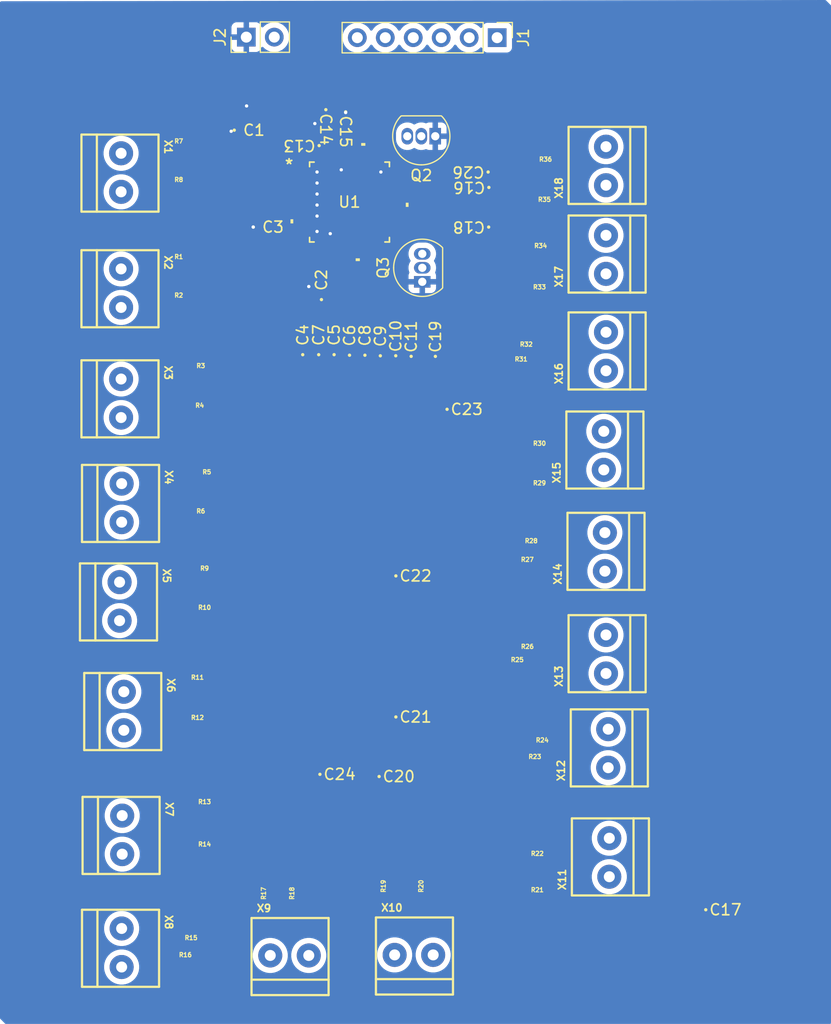
<source format=kicad_pcb>
(kicad_pcb (version 20241229) (generator "pcbnew") (generator_version "9.0")
  (layers (0 "F.Cu" signal) (2 "B.Cu" signal) (13 "F.Paste" user) (15 "B.Paste" user) (5 "F.SilkS" user "F.Silkscreen") (7 "B.SilkS" user "B.Silkscreen") (1 "F.Mask" user) (3 "B.Mask" user) (25 "Edge.Cuts" user))
  (net 0 "")
  (net 1 "+3.3V")
  (net 2 "GND")
  (net 3 "Net-(U1-VREFOUT)")
  (net 4 "Net-(U1-VREF_BYP)")
  (net 5 "/Channel2")
  (net 6 "/Channel3")
  (net 7 "/Channel4")
  (net 8 "/Channel1")
  (net 9 "/Channel5")
  (net 10 "/Channel6")
  (net 11 "/Channel7")
  (net 12 "/Channel8")
  (net 13 "Net-(U1-Q1)")
  (net 14 "Net-(U1-Q2)")
  (net 15 "Net-(U1-Q3)")
  (net 16 "Net-(U1-LDO)")
  (net 17 "/Channel18")
  (net 18 "/Channel10")
  (net 19 "/Channel11")
  (net 20 "/Channel12")
  (net 21 "/Channel13")
  (net 22 "/Channel14")
  (net 23 "/Channel15")
  (net 24 "/Channel16")
  (net 25 "/Channel17")
  (net 26 "/Channel19")
  (net 27 "Net-(J1-Pin_2)")
  (net 28 "Net-(J1-Pin_5)")
  (net 29 "Net-(J1-Pin_6)")
  (net 30 "Net-(J1-Pin_4)")
  (net 31 "Net-(J1-Pin_3)")
  (net 32 "Net-(J1-Pin_1)")
  (net 33 "/Channel20")
  (net 34 "/Channel9")
  (net 35 "Net-(R1-Pad1)")
  (net 36 "Net-(R2-Pad1)")
  (net 37 "Net-(R3-Pad1)")
  (net 38 "Net-(R4-Pad1)")
  (net 39 "Net-(R5-Pad1)")
  (net 40 "Net-(R6-Pad1)")
  (net 41 "Net-(R7-Pad1)")
  (net 42 "Net-(R8-Pad1)")
  (net 43 "Net-(R9-Pad1)")
  (net 44 "Net-(R10-Pad1)")
  (net 45 "Net-(R11-Pad1)")
  (net 46 "Net-(R12-Pad1)")
  (net 47 "Net-(R13-Pad1)")
  (net 48 "Net-(R14-Pad1)")
  (net 49 "Net-(R15-Pad1)")
  (net 50 "Net-(R16-Pad1)")
  (net 51 "Net-(R17-Pad1)")
  (net 52 "Net-(R18-Pad1)")
  (net 53 "Net-(R19-Pad1)")
  (net 54 "Net-(R20-Pad1)")
  (net 55 "Net-(R21-Pad1)")
  (net 56 "Net-(R22-Pad1)")
  (net 57 "Net-(R23-Pad1)")
  (net 58 "Net-(R24-Pad1)")
  (net 59 "Net-(R25-Pad1)")
  (net 60 "Net-(R26-Pad1)")
  (net 61 "Net-(R27-Pad1)")
  (net 62 "Net-(R28-Pad1)")
  (net 63 "Net-(R29-Pad1)")
  (net 64 "Net-(R30-Pad1)")
  (net 65 "Net-(R31-Pad1)")
  (net 66 "Net-(R32-Pad1)")
  (net 67 "Net-(R33-Pad1)")
  (net 68 "Net-(R34-Pad1)")
  (net 69 "Net-(R35-Pad1)")
  (net 70 "Net-(R36-Pad1)")
  (footprint "Socket:TERMBLOCK_1X2-3.5MM" (layer "F.Cu") (at 141.25 105.6 90)
    (property "Reference" "X12")
    (property "Value" "~")
  )
  (footprint "cap:RESC1607X60N" (layer "F.Cu") (at 134.85 58.8 180)
    (property "Reference" "R34")
    (property "Value" "100 ohm")
  )
  (footprint "cap:RESC1607X60N" (layer "F.Cu") (at 134 85.6 180)
    (property "Reference" "R28")
    (property "Value" "100 ohm")
  )
  (footprint "cap:RESC1607X60N" (layer "F.Cu") (at 104.2 103.85)
    (property "Reference" "R12")
    (property "Value" "100 ohm")
  )
  (footprint "Package_TO_SOT_THT:TO-92_Inline" (layer "F.Cu") (at 124.36 63.17 90)
    (property "Reference" "Q3")
    (property "Value" "2N3904")
  )
  (footprint "Socket:TERMBLOCK_1X2-3.5MM" (layer "F.Cu") (at 112.25 124.35)
    (property "Reference" "X9")
    (property "Value" "~")
  )
  (footprint "Socket:TERMBLOCK_1X2-3.5MM" (layer "F.Cu") (at 140.95 87.75 90)
    (property "Reference" "X14")
    (property "Value" "~")
  )
  (footprint "cap:CAP_GRM155R61A106ME11_MUR_0402" (layer "F.Cu") (at 125.55 68.1531 90)
    (property "Reference" "C19")
    (property "Value" ".1 μF")
  )
  (footprint "cap:RESC1607X60N" (layer "F.Cu") (at 103.1 121.65 180)
    (property "Reference" "R15")
    (property "Value" "100 ohm")
  )
  (footprint "cap:RESC1607X60N" (layer "F.Cu") (at 134.75 80.35 180)
    (property "Reference" "R29")
    (property "Value" "100 ohm")
  )
  (footprint "cap:RESC1607X60N" (layer "F.Cu") (at 134.165 89.5)
    (property "Reference" "R27")
    (property "Value" "100 ohm")
  )
  (footprint "cap:RESC1607X60N" (layer "F.Cu") (at 104.844403 90.3)
    (property "Reference" "R9")
    (property "Value" "100 ohm")
  )
  (footprint "cap:RESC1607X60N" (layer "F.Cu") (at 103.1 125.4)
    (property "Reference" "R16")
    (property "Value" "100 ohm")
  )
  (footprint "cap:RESC1607X60N" (layer "F.Cu") (at 135 103.7 180)
    (property "Reference" "R24")
    (property "Value" "100 ohm")
  )
  (footprint "cap:RESC1607X60N" (layer "F.Cu") (at 133.55 67.75 180)
    (property "Reference" "R32")
    (property "Value" "100 ohm")
  )
  (footprint "Package_TO_SOT_THT:TO-92_Inline" (layer "F.Cu") (at 125.54 49.95 180)
    (property "Reference" "Q2")
    (property "Value" "2N3904")
  )
  (footprint "cap:RESC1607X60N" (layer "F.Cu") (at 104.4 75.5)
    (property "Reference" "R4")
    (property "Value" "100 ohm")
  )
  (footprint "cap:RESC1607X60N" (layer "F.Cu") (at 133.6 71.3)
    (property "Reference" "R31")
    (property "Value" "100 ohm")
  )
  (footprint "Socket:TERMBLOCK_1X2-3.5MM" (layer "F.Cu") (at 97 63.7 -90)
    (property "Reference" "X2")
    (property "Value" "~")
  )
  (footprint "cap:RESC1607X60N" (layer "F.Cu") (at 104.844403 115.35)
    (property "Reference" "R14")
    (property "Value" "100 ohm")
  )
  (footprint "cap:RESC1607X60N" (layer "F.Cu") (at 121.928 117.8 90)
    (property "Reference" "R19")
    (property "Value" "100 ohm")
  )
  (footprint "Socket:TERMBLOCK_1X2-3.5MM" (layer "F.Cu") (at 123.55 124.3)
    (property "Reference" "X10")
    (property "Value" "~")
  )
  (footprint "cap:CAP_GRM155R61A106ME11_MUR_0402" (layer "F.Cu") (at 128.4031 74.75)
    (property "Reference" "C23")
    (property "Value" ".1 μF")
  )
  (footprint "cap:RESC1607X60N" (layer "F.Cu") (at 134.55 114 180)
    (property "Reference" "R22")
    (property "Value" "100 ohm")
  )
  (footprint "cap:RESC1607X60N" (layer "F.Cu") (at 105.05 81.55)
    (property "Reference" "R5")
    (property "Value" "100 ohm")
  )
  (footprint "Socket:TERMBLOCK_1X2-3.5MM" (layer "F.Cu") (at 97.05 83.2 -90)
    (property "Reference" "X4")
    (property "Value" "~")
  )
  (footprint "cap:CAP_GRM155R61A106ME11_MUR_0402" (layer "F.Cu") (at 116.8531 107.9)
    (property "Reference" "C24")
    (property "Value" ".1 μF")
  )
  (footprint "Socket:TERMBLOCK_1X2-3.5MM" (layer "F.Cu") (at 141.05 97.042801 90)
    (property "Reference" "X13")
    (property "Value" "~")
  )
  (footprint "cap:CAP_GRM155R61A106ME11_MUR_0402" (layer "F.Cu") (at 114.95 68 90)
    (property "Reference" "C7")
    (property "Value" ".1 μF")
  )
  (footprint "cap:CAP_GRM155R61A106ME11_MUR_0402" (layer "F.Cu") (at 117.75 68.0469 90)
    (property "Reference" "C6")
    (property "Value" ".1 μF")
  )
  (footprint "cap:RESC1607X60N" (layer "F.Cu") (at 102.5 55)
    (property "Reference" "R8")
    (property "Value" "100 ohm")
  )
  (footprint "Socket:TERMBLOCK_1X2-3.5MM" (layer "F.Cu") (at 97.1 113.35 -90)
    (property "Reference" "X7")
    (property "Value" "~")
  )
  (footprint "cap:RESC1607X60N" (layer "F.Cu") (at 111.05 118.45 90)
    (property "Reference" "R17")
    (property "Value" "100 ohm")
  )
  (footprint "cap:RESC1607X60N" (layer "F.Cu") (at 104.844403 93.85)
    (property "Reference" "R10")
    (property "Value" "100 ohm")
  )
  (footprint "cap:CAP_GRM155R61A106ME11_MUR_0402" (layer "F.Cu") (at 123.752201 89.88)
    (property "Reference" "C22")
    (property "Value" ".1 μF")
  )
  (footprint "Socket:TERMBLOCK_1X2-3.5MM" (layer "F.Cu") (at 97 53.2 -90)
    (property "Reference" "X1")
    (property "Value" "~")
  )
  (footprint "cap:CAP_GRM155R61A106ME11_MUR_0402" (layer "F.Cu") (at 128.6198 54.6 180)
    (property "Reference" "C16")
    (property "Value" ".1 μF")
  )
  (footprint "cap:CAP_GRM155R61A106ME11_MUR_0402" (layer "F.Cu") (at 123.35 68.15 90)
    (property "Reference" "C11")
    (property "Value" ".1 μF")
  )
  (footprint "cap:CAP_GRM155R61A106ME11_MUR_0402" (layer "F.Cu") (at 119.15 68.0469 90)
    (property "Reference" "C8")
    (property "Value" ".1 μF")
  )
  (footprint "Socket:TERMBLOCK_1X2-3.5MM" (layer "F.Cu") (at 140.85 78.55 90)
    (property "Reference" "X15")
    (property "Value" "~")
  )
  (footprint "cap:CAP_GRM155R61A106ME11_MUR_0402" (layer "F.Cu") (at 117.4 49.5302 -90)
    (property "Reference" "C15")
    (property "Value" "10 μF")
  )
  (footprint "cap:CAP_GRM155R61A106ME11_MUR_0402" (layer "F.Cu") (at 109.072201 49.4)
    (property "Reference" "C1")
    (property "Value" ".1 μF")
  )
  (footprint "cap:RESC1607X60N" (layer "F.Cu") (at 134.75 76.75 180)
    (property "Reference" "R30")
    (property "Value" "100 ohm")
  )
  (footprint "cap:CAP_GRM155R61A106ME11_MUR_0402" (layer "F.Cu") (at 122.2302 108.1)
    (property "Reference" "C20")
    (property "Value" ".1 μF")
  )
  (footprint "cap:RESC1607X60N" (layer "F.Cu") (at 102.5 51.5)
    (property "Reference" "R7")
    (property "Value" "100 ohm")
  )
  (footprint "Connector_PinHeader_2.54mm:PinHeader_1x02_P2.54mm_Vertical" (layer "F.Cu") (at 108.375 40.95 90)
    (property "Reference" "J2")
    (property "Value" "Conn_01x02_Pin" (hide yes))
  )
  (footprint "cap:RESC1607X60N" (layer "F.Cu") (at 104.844403 111.5)
    (property "Reference" "R13")
    (property "Value" "100 ohm")
  )
  (footprint "Socket:TERMBLOCK_1X2-3.5MM" (layer "F.Cu") (at 96.862701 92.1448 -90)
    (property "Reference" "X5")
    (property "Value" "~")
  )
  (footprint "cap:CAP_GRM155R61A106ME11_MUR_0402" (layer "F.Cu") (at 110.8031 58.2)
    (property "Reference" "C3")
    (property "Value" "1 μF")
  )
  (footprint "cap:CAP_GRM155R61A106ME11_MUR_0402" (layer "F.Cu") (at 123.752201 102.69)
    (property "Reference" "C21")
    (property "Value" ".1 μF")
  )
  (footprint "Socket:TERMBLOCK_1X2-3.5MM" (layer "F.Cu") (at 97 73.7 -90)
    (property "Reference" "X3")
    (property "Value" "~")
  )
  (footprint "cap:RESC1607X60N" (layer "F.Cu") (at 133.65 95.2 180)
    (property "Reference" "R26")
    (property "Value" "100 ohm")
  )
  (footprint "cap:RESC1607X60N" (layer "F.Cu") (at 134.85 107.4)
    (property "Reference" "R23")
    (property "Value" "100 ohm")
  )
  (footprint "cap:RESC1607X60N" (layer "F.Cu") (at 104.2 100.2)
    (property "Reference" "R11")
    (property "Value" "100 ohm")
  )
  (footprint "cap:RESC1607X60N" (layer "F.Cu") (at 102.5 65.5)
    (property "Reference" "R2")
    (property "Value" "100 ohm")
  )
  (footprint "Connector_PinHeader_2.54mm:PinHeader_1x06_P2.54mm_Vertical" (layer "F.Cu") (at 131.16 41 -90)
    (property "Reference" "J1")
    (property "Value" "Conn_01x06_Pin" (hide yes))
  )
  (footprint "cap:RESC1607X60N" (layer "F.Cu") (at 113.622 118.45 90)
    (property "Reference" "R18")
    (property "Value" "100 ohm")
  )
  (footprint "Socket:TERMBLOCK_1X2-3.5MM" (layer "F.Cu") (at 97.05 123.6 -90)
    (property "Reference" "X8")
    (property "Value" "~")
  )
  (footprint "cap:RESC1607X60N" (layer "F.Cu") (at 104.5 85.1)
    (property "Reference" "R6")
    (property "Value" "100 ohm")
  )
  (footprint "cap:RESC1607X60N" (layer "F.Cu") (at 125.35 117.8 90)
    (property "Reference" "R20")
    (property "Value" "100 ohm")
  )
  (footprint "cap:CAP_GRM155R61A106ME11_MUR_0402" (layer "F.Cu") (at 113.2 50.8 180)
    (property "Reference" "C13")
    (property "Value" "10 μF")
  )
  (footprint "cap:CAP_GRM155R61A106ME11_MUR_0402" (layer "F.Cu") (at 128.55 53.2 180)
    (property "Reference" "C26")
    (property "Value" ".1 μF")
  )
  (footprint "cap:RESC1607X60N" (layer "F.Cu") (at 135.2 54.6 180)
    (property "Reference" "R35")
    (property "Value" "100 ohm")
  )
  (footprint "Socket:TERMBLOCK_1X2-3.5MM" (layer "F.Cu") (at 97.25 102.1 -90)
    (property "Reference" "X6")
    (property "Value" "~")
  )
  (footprint "Socket:TERMBLOCK_1X2-3.5MM" (layer "F.Cu") (at 141.05 69.55 90)
    (property "Reference" "X16")
    (property "Value" "~")
  )
  (footprint "Socket:TERMBLOCK_1X2-3.5MM" (layer "F.Cu") (at 141.35 115.5 90)
    (property "Reference" "X11")
    (property "Value" "~")
  )
  (footprint "cap:RESC1607X60N" (layer "F.Cu") (at 134.75 62.55 180)
    (property "Reference" "R33")
    (property "Value" "100 ohm")
  )
  (footprint "cap:CAP_GRM155R61A106ME11_MUR_0402" (layer "F.Cu") (at 151.9031 120.2)
    (property "Reference" "C17")
    (property "Value" ".1 μF")
  )
  (footprint "cap:RESC1607X60N" (layer "F.Cu") (at 133.25 98.6)
    (property "Reference" "R25")
    (property "Value" "100 ohm")
  )
  (footprint "cap:RESC1607X60N" (layer "F.Cu") (at 104.5 71.9)
    (property "Reference" "R3")
    (property "Value" "100 ohm")
  )
  (footprint "LTC2984:LQFP-48_LX_LIT" (layer "F.Cu") (at 117.75 55.9278)
    (property "Reference" "U1")
    (property "Value" "LTC2984CLX-PBF")
  )
  (footprint "Socket:TERMBLOCK_1X2-3.5MM" (layer "F.Cu") (at 141.05 52.7 90)
    (property "Reference" "X18")
    (property "Value" "~")
  )
  (footprint "cap:CAP_GRM155R61A106ME11_MUR_0402" (layer "F.Cu") (at 116.35 67.9969 90)
    (property "Reference" "C5")
    (property "Value" ".1 μF")
  )
  (footprint "Socket:TERMBLOCK_1X2-3.5MM" (layer "F.Cu") (at 141.05 60.75 90)
    (property "Reference" "X17")
    (property "Value" "~")
  )
  (footprint "cap:RESC1607X60N" (layer "F.Cu") (at 135.3 50.95 180)
    (property "Reference" "R36")
    (property "Value" "100 ohm")
  )
  (footprint "cap:RESC1607X60N" (layer "F.Cu") (at 134.55 117.3 180)
    (property "Reference" "R21")
    (property "Value" "100 ohm")
  )
  (footprint "cap:CAP_GRM155R61A106ME11_MUR_0402" (layer "F.Cu") (at 120.55 68.1 90)
    (property "Reference" "C9")
    (property "Value" ".1 μF")
  )
  (footprint "cap:CAP_GRM155R61A106ME11_MUR_0402" (layer "F.Cu") (at 128.6 58.2 180)
    (property "Reference" "C18")
    (property "Value" ".1 μF")
  )
  (footprint "cap:RESC1607X60N" (layer "F.Cu") (at 102.5 62)
    (property "Reference" "R1")
    (property "Value" "100 ohm")
  )
  (footprint "cap:CAP_GRM155R61A106ME11_MUR_0402" (layer "F.Cu") (at 113.5 68 90)
    (property "Reference" "C4")
    (property "Value" ".1 μF")
  )
  (footprint "cap:CAP_GRM155R61A106ME11_MUR_0402" (layer "F.Cu") (at 115.2 62.9969 90)
    (property "Reference" "C2")
    (property "Value" "1 μF")
  )
  (footprint "cap:CAP_GRM155R61A106ME11_MUR_0402" (layer "F.Cu") (at 121.95 68.0969 90)
    (property "Reference" "C10")
    (property "Value" ".1 μF")
  )
  (footprint "cap:CAP_GRM155R61A106ME11_MUR_0402" (layer "F.Cu") (at 115.6 49.3302 -90)
    (property "Reference" "C14")
    (property "Value" "10 μF")
  )
  (segment (start 110.915 55.915) (end 111 56) (width 0.35) (layer "F.Cu") (net 1))
  (segment (start 110.915 45) (end 110.915 47.8) (width 0.35) (layer "F.Cu") (net 1))
  (segment (start 111.677801 56.677801) (end 110.915 55.915) (width 0.35) (layer "F.Cu") (net 1))
  (segment (start 110.915 47.8) (end 110.915 48.285) (width 0.35) (layer "F.Cu") (net 1))
  (segment (start 111.3928 54.6778) (end 110.915 54.2) (width 0.35) (layer "F.Cu") (net 1))
  (segment (start 110.915 48.285) (end 109.8 49.4) (width 0.35) (layer "F.Cu") (net 1))
  (segment (start 111.792799 53.677799) (end 110.915 52.8) (width 0.35) (layer "F.Cu") (net 1))
  (segment (start 110.915 53.815) (end 110.915 54.2) (width 0.35) (layer "F.Cu") (net 1))
  (segment (start 113.5722 55.6778) (end 111.3928 55.6778) (width 0.35) (layer "F.Cu") (net 1))
  (segment (start 110.915 55.2) (end 110.915 55.915) (width 0.35) (layer "F.Cu") (net 1))
  (segment (start 110.915 54.2) (end 110.915 55.2) (width 0.35) (layer "F.Cu") (net 1))
  (segment (start 113.5722 56.677801) (end 111.677801 56.677801) (width 0.35) (layer "F.Cu") (net 1))
  (segment (start 110.915 51.9354) (end 110.915 52.8) (width 0.35) (layer "F.Cu") (net 1))
  (segment (start 116.1299 47.8) (end 110.915 47.8) (width 0.35) (layer "F.Cu") (net 1))
  (segment (start 110.915 49.5) (end 110.915 51.9354) (width 0.35) (layer "F.Cu") (net 1))
  (segment (start 113.5722 54.6778) (end 111.3928 54.6778) (width 0.35) (layer "F.Cu") (net 1))
  (segment (start 113.5722 53.677799) (end 111.792799 53.677799) (width 0.35) (layer "F.Cu") (net 1))
  (segment (start 111.3928 55.6778) (end 110.915 55.2) (width 0.35) (layer "F.Cu") (net 1))
  (segment (start 116.5 48.1701) (end 116.1299 47.8) (width 0.35) (layer "F.Cu") (net 1))
  (segment (start 110.915 52.8) (end 110.915 53.815) (width 0.35) (layer "F.Cu") (net 1))
  (segment (start 110.915 48.285) (end 110.915 49.5) (width 0.35) (layer "F.Cu") (net 1))
  (segment (start 116.5 51.75) (end 116.5 48.1701) (width 0.35) (layer "F.Cu") (net 1))
  (segment (start 114.7222 58.6778) (end 114.8 58.6) (width 0.2) (layer "F.Cu") (net 2))
  (segment (start 120.6222 53.1778) (end 120.6 53.2) (width 0.2) (layer "F.Cu") (net 2))
  (segment (start 113.5722 53.1778) (end 114.7778 53.1778) (width 0.2) (layer "F.Cu") (net 2))
  (segment (start 113.5722 54.177801) (end 114.777801 54.177801) (width 0.2) (layer "F.Cu") (net 2))
  (segment (start 113.5722 55.177799) (end 114.777799 55.177799) (width 0.2) (layer "F.Cu") (net 2))
  (segment (start 110.2062 58.2) (end 109 58.2) (width 0.2) (layer "F.Cu") (net 2))
  (segment (start 114.6667 48.7333) (end 114.6 48.8) (width 0.2) (layer "F.Cu") (net 2))
  (segment (start 121.9278 53.1778) (end 120.6222 53.1778) (width 0.2) (layer "F.Cu") (net 2))
  (segment (start 113.5944 53.2) (end 113.5722 53.1778) (width 0.2) (layer "F.Cu") (net 2))
  (segment (start 114.0562 63.5938) (end 114.05 63.6) (width 0.2) (layer "F.Cu") (net 2))
  (segment (start 114.7778 57.1778) (end 114.8 57.2) (width 0.2) (layer "F.Cu") (net 2))
  (segment (start 114.777801 54.177801) (end 114.8 54.2) (width 0.2) (layer "F.Cu") (net 2))
  (segment (start 108.4 47) (end 108.375 46.975) (width 0.2) (layer "F.Cu") (net 2))
  (segment (start 117.4 48.9333) (end 117.4 47.8) (width 0.2) (layer "F.Cu") (net 2))
  (segment (start 113.5722 58.6778) (end 114.7222 58.6778) (width 0.2) (layer "F.Cu") (net 2))
  (segment (start 113.5722 57.1778) (end 114.7778 57.1778) (width 0.2) (layer "F.Cu") (net 2))
  (segment (start 116.999999 52.999999) (end 116.999999 51.75) (width 0.2) (layer "F.Cu") (net 2))
  (segment (start 108.4 47.2) (end 108.4 47) (width 0.2) (layer "F.Cu") (net 2))
  (segment (start 113.5944 56.2) (end 113.5722 56.1778) (width 0.2) (layer "F.Cu") (net 2))
  (segment (start 116.000001 60.1056) (end 116 58.8) (width 0.2) (layer "F.Cu") (net 2))
  (segment (start 113.5944 57.2) (end 113.5722 57.1778) (width 0.2) (layer "F.Cu") (net 2))
  (segment (start 117 53) (end 116.999999 52.999999) (width 0.2) (layer "F.Cu") (net 2))
  (segment (start 114.7778 56.1778) (end 114.8 56.2) (width 0.2) (layer "F.Cu") (net 2))
  (segment (start 113.5722 56.1778) (end 114.7778 56.1778) (width 0.2) (layer "F.Cu") (net 2))
  (segment (start 114.777799 55.177799) (end 114.8 55.2) (width 0.2) (layer "F.Cu") (net 2))
  (segment (start 108.375 46.975) (end 108.375 45) (width 0.2) (layer "F.Cu") (net 2))
  (segment (start 113.594399 54.2) (end 113.5722 54.177801) (width 0.2) (layer "F.Cu") (net 2))
  (segment (start 115.2 63.5938) (end 114.0562 63.5938) (width 0.2) (layer "F.Cu") (net 2))
  (segment (start 113.594401 55.2) (end 113.5722 55.177799) (width 0.2) (layer "F.Cu") (net 2))
  (segment (start 114.7778 53.1778) (end 114.8 53.2) (width 0.2) (layer "F.Cu") (net 2))
  (segment (start 107.1 49.4) (end 107 49.5) (width 0.2) (layer "F.Cu") (net 2))
  (segment (start 108.344402 49.4) (end 107.1 49.4) (width 0.2) (layer "F.Cu") (net 2))
  (segment (start 115.6 48.7333) (end 114.6667 48.7333) (width 0.2) (layer "F.Cu") (net 2))
  (via (at 114.8 57.2) (size 0.6) (drill 0.3) (layers "F.Cu" "B.Cu") (net 2))
  (via (at 120.6 53.2) (size 0.6) (drill 0.3) (layers "F.Cu" "B.Cu") (net 2))
  (via (at 117 53) (size 0.6) (drill 0.3) (layers "F.Cu" "B.Cu") (net 2))
  (via (at 114.8 55.2) (size 0.6) (drill 0.3) (layers "F.Cu" "B.Cu") (net 2))
  (via (at 108.4 47.2) (size 0.6) (drill 0.3) (layers "F.Cu" "B.Cu") (net 2))
  (via (at 114.6 48.8) (size 0.6) (drill 0.3) (layers "F.Cu" "B.Cu") (net 2))
  (via (at 109 58.2) (size 0.6) (drill 0.3) (layers "F.Cu" "B.Cu") (net 2))
  (via (at 107 49.5) (size 0.6) (drill 0.3) (layers "F.Cu" "B.Cu") (net 2))
  (via (at 114.05 63.6) (size 0.6) (drill 0.3) (layers "F.Cu" "B.Cu") (net 2))
  (via (at 114.8 53.2) (size 0.6) (drill 0.3) (layers "F.Cu" "B.Cu") (net 2))
  (via (at 114.8 56.2) (size 0.6) (drill 0.3) (layers "F.Cu" "B.Cu") (net 2))
  (via (at 117.4 47.8) (size 0.6) (drill 0.3) (layers "F.Cu" "B.Cu") (net 2))
  (via (at 114.8 58.6) (size 0.6) (drill 0.3) (layers "F.Cu" "B.Cu") (net 2))
  (via (at 114.8 54.2) (size 0.6) (drill 0.3) (layers "F.Cu" "B.Cu") (net 2))
  (via (at 116 58.8) (size 0.6) (drill 0.3) (layers "F.Cu" "B.Cu") (net 2))
  (segment (start 115 60.1056) (end 115 62.2) (width 0.2) (layer "F.Cu") (net 3))
  (segment (start 115.499999 60.1056) (end 115.499999 62.100001) (width 0.2) (layer "F.Cu") (net 3))
  (segment (start 115 62.2) (end 115.2 62.4) (width 0.2) (layer "F.Cu") (net 3))
  (segment (start 115.499999 62.100001) (end 115.2 62.4) (width 0.2) (layer "F.Cu") (net 3))
  (segment (start 113.5722 58.177801) (end 111.422199 58.177801) (width 0.2) (layer "F.Cu") (net 4))
  (segment (start 111.422199 58.177801) (end 111.4 58.2) (width 0.2) (layer "F.Cu") (net 4))
  (segment (start 112.9975 51.75) (end 112.6031 51.3556) (width 0.2) (layer "F.Cu") (net 13))
  (segment (start 115 51.75) (end 112.9975 51.75) (width 0.2) (layer "F.Cu") (net 13))
  (segment (start 112.6031 51.3556) (end 112.6031 50.8) (width 0.2) (layer "F.Cu") (net 13))
  (segment (start 115.499999 50.900001) (end 115.499999 51.75) (width 0.2) (layer "F.Cu") (net 14))
  (segment (start 115.371198 50.7712) (end 115.499999 50.900001) (width 0.2) (layer "F.Cu") (net 14))
  (segment (start 113.7969 50.8) (end 113.8257 50.7712) (width 0.2) (layer "F.Cu") (net 14))
  (segment (start 113.8257 50.7712) (end 115.371198 50.7712) (width 0.2) (layer "F.Cu") (net 14))
  (segment (start 116.000001 51.75) (end 116.000001 50.327101) (width 0.2) (layer "F.Cu") (net 15))
  (segment (start 116.000001 50.327101) (end 115.6 49.9271) (width 0.2) (layer "F.Cu") (net 15))
  (segment (start 117.5 50.2271) (end 117.4 50.1271) (width 0.2) (layer "F.Cu") (net 16))
  (segment (start 117.5 51.75) (end 117.5 50.2271) (width 0.2) (layer "F.Cu") (net 16))
  (segment (start 120.5 51.75) (end 120.5 51.15) (width 0.2) (layer "F.Cu") (net 32))
  (zone (net 2) (net_name "GND") (layer "B.Cu") (connect_pads (clearance 0.5)) (min_thickness 0.25) (fill yes (thermal_gap 0.5) (thermal_bridge_width 0.5) (island_removal_mode 1) (island_area_min 10))
    (polygon (pts (xy 86 37.693172) (xy 161 37.578172) (xy 161.5 38.078172) (xy 161.5 130.578172) (xy 86.5 130.578172) (xy 86 130.078172) (xy 86 37.578172)))
  )
)
</source>
